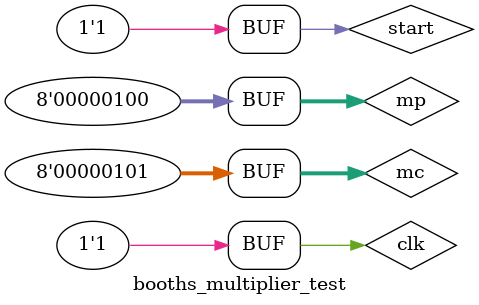
<source format=v>
`timescale 1ns / 1ps


module booths_multiplier_test;

	// Inputs
	reg [7:0] mc;
	reg [7:0] mp;
	reg clk;
	reg start;

	// Outputs
	wire [15:0] out;
	wire busy;

	// Instantiate the Unit Under Test (UUT)
	booths_multiplier uut (
		.out(out), 
		.busy(busy), 
		.mc(mc), 
		.mp(mp), 
		.clk(clk), 
		.start(start)
	);

	initial begin
		// Initialize Inputs
		mc = 0;
		mp = 0;
		clk = 0;
		start = 0;

		// Wait 100 ns for global reset to finish
		#100;
        
		// Add stimulus here
		start = 1;
		#100;
		mc = 8'b00000101;
		mp = 8'b00000100;
		clk = 1;
		#100;
		clk = 0;
		#100;
		
				clk = 1;
		#100;
		clk = 0;
		#100;
		
				clk = 1;
		#100;
		clk = 0;
		#100;
		
				clk = 1;
		#100;
		clk = 0;
		#100;
		
				clk = 1;
		#100;
		clk = 0;
		#100;
		
				clk = 1;
		#100;
		clk = 0;
		#100;
		
				clk = 1;
		#100;
		clk = 0;
		#100;
		
				clk = 1;
		#100;		
	end
      
endmodule


</source>
